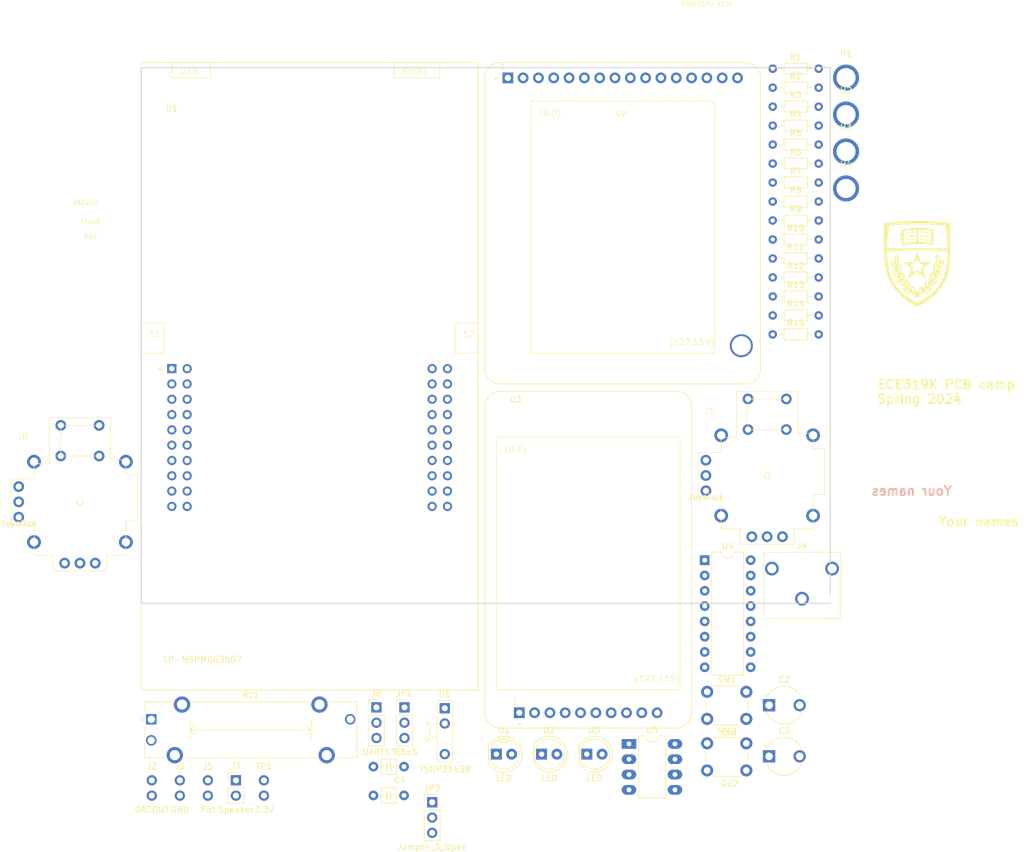
<source format=kicad_pcb>
(kicad_pcb (version 20221018) (generator pcbnew)
  (title_block (title "ECE 319K Baseline Project Spring 2024") (date "2024-03-08") (rev "v1.0.0") (company "The University of Texas at Austin"))
  (layers (0 "F.Cu" signal) (31 "B.Cu" signal) (34 "B.Paste" user) (35 "F.Paste" user) (36 "B.SilkS" user "B.Silkscreen") (37 "F.SilkS" user "F.Silkscreen") (38 "B.Mask" user) (39 "F.Mask" user) (44 "Edge.Cuts" user))
  (net 0 "")
  (net 1 "GND")
  (net 2 "+3V3")
  (net 3 "PB9")
  (net 4 "PB15")
  (net 5 "PB8")
  (net 6 "PB7")
  (net 7 "PB6")
  (net 8 "PA13")
  (net 9 "+5V")
  (net 10 "Net-(JP1-A)")
  (net 11 "Net-(C1-Pad2)")
  (net 12 "Net-(U5-FC1)")
  (net 13 "Net-(U5-FC2)")
  (net 14 "Net-(D1-A)")
  (net 15 "PA25")
  (net 16 "Net-(D2-A)")
  (net 17 "PA8")
  (net 18 "PA26")
  (net 19 "PB24")
  (net 20 "PA27")
  (net 21 "PB2")
  (net 22 "PB3")
  (net 23 "Net-(D3-K)")
  (net 24 "PB12")
  (net 25 "PB17")
  (net 26 "PB0")
  (net 27 "PB16")
  (net 28 "PB19")
  (net 29 "PA22")
  (net 30 "PB18")
  (net 31 "PA18")
  (net 32 "PA24")
  (net 33 "PA17")
  (net 34 "PA16")
  (net 35 "PA15")
  (net 36 "PB4")
  (net 37 "PB1")
  (net 38 "PA28")
  (net 39 "PA31")
  (net 40 "PB20")
  (net 41 "PB13")
  (net 42 "PA10")
  (net 43 "Net-(D3-A)")
  (net 46 "PB23")
  (net 48 "PA11")
  (net 49 "PA12")
  (net 51 "DACOUT")
  (net 52 "Net-(U5-VO1)")
  (net 57 "Net-(U5-VO2)")
  (net 58 "Net-(R12-Pad2)")
  (net 59 "Net-(U5-VIN)")
  (footprint "ECE319K:Jack_3.5mm_CUI_SJ1-3523N_Horizontal" (layer "F.Cu") (at 160.405 126.24)
    (fp_text reference "J4" (at 0 -8.8) (layer "F.SilkS"))
    (fp_text value "AudioJack")
    (pad "" np_thru_hole circle (at -5 0) (size 1.2 1.2) (drill 1.2) (layers "*.Cu"))
    (pad "" np_thru_hole circle (at -5 2.5) (size 1.2 1.2) (drill 1.2) (layers "*.Cu"))
    (pad "" np_thru_hole circle (at 0 -5) (size 1.2 1.2) (drill 1.2) (layers "*.Cu"))
    (pad "" np_thru_hole circle (at 5 0) (size 1.2 1.2) (drill 1.2) (layers "*.Cu"))
    (pad "" np_thru_hole circle (at 5 2.5) (size 1.2 1.2) (drill 1.2) (layers "*.Cu"))
    (pad "R" thru_hole circle (at -5 -5) (size 2.286 2.286) (drill 1.524) (layers "*.Cu" "*.Mask") (net 51 "DACOUT"))
    (pad "S" thru_hole circle (at 0 0) (size 2.286 2.286) (drill 1.524) (layers "*.Cu" "*.Mask") (net 1 "GND"))
    (pad "T" thru_hole circle (at 5 -5 180) (size 2.286 2.286) (drill 1.524) (layers "*.Cu" "*.Mask") (net 51 "DACOUT"))
  )
  (footprint "ECE319K:R_Axial_DIN0204_L3.6mm_D1.6mm_P7.62mm_Horizontal" (layer "F.Cu") (at 155.55 82.37)
    (fp_text reference "R15" (at 3.81 -1.92) (layer "F.SilkS"))
    (fp_text value "220")
    (pad "1" thru_hole circle (at 0 0) (size 1.4 1.4) (drill 0.7) (layers "*.Cu" "*.Mask") (net 9 "+5V"))
    (pad "2" thru_hole oval (at 7.62 0) (size 1.4 1.4) (drill 0.7) (layers "*.Cu" "*.Mask") (net 43 "Net-(D3-A)"))
  )
  (footprint "ECE319K:R_Axial_DIN0204_L3.6mm_D1.6mm_P7.62mm_Horizontal" (layer "F.Cu") (at 155.55 50.87)
    (fp_text reference "R5" (at 3.81 -1.92) (layer "F.SilkS"))
    (fp_text value "1.5k")
    (pad "1" thru_hole circle (at 0 0) (size 1.4 1.4) (drill 0.7) (layers "*.Cu" "*.Mask") (net 51 "DACOUT"))
    (pad "2" thru_hole oval (at 7.62 0) (size 1.4 1.4) (drill 0.7) (layers "*.Cu" "*.Mask") (net 36 "PB4"))
  )
  (footprint "LOGO" (layer "F.Cu") (at 180.34 71.12)
    (fp_text reference "G***" hide)
    (fp_text value "LOGO" hide)
  )
  (footprint "ECE319K:R_Axial_DIN0204_L3.6mm_D1.6mm_P7.62mm_Horizontal" (layer "F.Cu") (at 155.55 60.32)
    (fp_text reference "R8" (at 3.81 -1.92) (layer "F.SilkS"))
    (fp_text value "1.5k")
    (pad "1" thru_hole circle (at 0 0) (size 1.4 1.4) (drill 0.7) (layers "*.Cu" "*.Mask") (net 51 "DACOUT"))
    (pad "2" thru_hole oval (at 7.62 0) (size 1.4 1.4) (drill 0.7) (layers "*.Cu" "*.Mask") (net 22 "PB3"))
  )
  (footprint "ECE319K:ti_LP_MSPM0G3507" (layer "F.Cu") (at 78.7385 90.5985)
    (fp_text reference "U1" (at -22.86 -45.72) (layer "F.SilkS"))
    (fp_text value "LP-MSPM0G3507" (at -17.78 45.72) (layer "F.SilkS"))
    (fp_text user "S2" (at 25.4 -7.62 unlocked) (layer "F.SilkS") (effects (font (thickness 0.1)) (justify left bottom)))
    (fp_text user "USB" (at -21.59 -51.435 unlocked) (layer "F.SilkS") (effects (font (thickness 0.1)) (justify left bottom)))
    (fp_text user "S1" (at -26.67 -7.62 unlocked) (layer "F.SilkS") (effects (font (thickness 0.1)) (justify left bottom)))
    (fp_text user "Reset" (at 15.24 -51.435 unlocked) (layer "F.SilkS") (effects (font (thickness 0.1)) (justify left bottom)))
    (pad "J1_1" thru_hole rect (at -22.86 -2.54) (size 1.52 1.52) (drill 0.89) (layers "*.Cu" "*.Mask") (net 2 "+3V3"))
    (pad "J1_2" thru_hole circle (at -22.86 0) (size 1.52 1.52) (drill 0.89) (layers "*.Cu" "*.Mask") (net 15 "PA25"))
    (pad "J1_3" thru_hole circle (at -22.86 2.54) (size 1.52 1.52) (drill 0.89) (layers "*.Cu" "*.Mask") (net 46 "PB23"))
    (pad "J1_4" thru_hole circle (at -22.86 5.08) (size 1.52 1.52) (drill 0.89) (layers "*.Cu" "*.Mask") (net 17 "PA8"))
    (pad "J1_5" thru_hole circle (at -22.86 7.62) (size 1.52 1.52) (drill 0.89) (layers "*.Cu" "*.Mask") (net 18 "PA26"))
    (pad "J1_6" thru_hole circle (at -22.86 10.16) (size 1.52 1.52) (drill 0.89) (layers "*.Cu" "*.Mask") (net 19 "PB24"))
    (pad "J1_7" thru_hole circle (at -22.86 12.7) (size 1.52 1.52) (drill 0.89) (layers "*.Cu" "*.Mask") (net 3 "PB9"))
    (pad "J1_8" thru_hole circle (at -22.86 15.24) (size 1.52 1.52) (drill 0.89) (layers "*.Cu" "*.Mask") (net 20 "PA27"))
    (pad "J1_9" thru_hole circle (at -22.86 17.78) (size 1.52 1.52) (drill 0.89) (layers "*.Cu" "*.Mask") (net 21 "PB2"))
    (pad "J1_10" thru_hole circle (at -22.86 20.32) (size 1.52 1.52) (drill 0.89) (layers "*.Cu" "*.Mask") (net 22 "PB3"))
    (pad "J2_1" thru_hole circle (at 22.86 -2.54) (size 1.52 1.52) (drill 0.89) (layers "*.Cu" "*.Mask") (net 1 "GND"))
    (pad "J2_2" thru_hole circle (at 22.86 0) (size 1.52 1.52) (drill 0.89) (layers "*.Cu" "*.Mask") (net 24 "PB12"))
    (pad "J2_3" thru_hole circle (at 22.86 2.54) (size 1.52 1.52) (drill 0.89) (layers "*.Cu" "*.Mask") (net 25 "PB17"))
    (pad "J2_4" thru_hole circle (at 22.86 5.08) (size 1.52 1.52) (drill 0.89) (layers "*.Cu" "*.Mask") (net 4 "PB15"))
    (pad "J2_5" thru_hole circle (at 22.86 7.62) (size 1.52 1.52) (drill 0.89) (layers "*.Cu" "*.Mask"))
    (pad "J2_6" thru_hole circle (at 22.86 10.16) (size 1.52 1.52) (drill 0.89) (layers "*.Cu" "*.Mask") (net 5 "PB8"))
    (pad "J2_7" thru_hole circle (at 22.86 12.7) (size 1.52 1.52) (drill 0.89) (layers "*.Cu" "*.Mask") (net 6 "PB7"))
    (pad "J2_8" thru_hole circle (at 22.86 15.24) (size 1.52 1.52) (drill 0.89) (layers "*.Cu" "*.Mask") (net 7 "PB6"))
    (pad "J2_9" thru_hole circle (at 22.86 17.78) (size 1.52 1.52) (drill 0.89) (layers "*.Cu" "*.Mask") (net 26 "PB0"))
    (pad "J2_10" thru_hole circle (at 22.86 20.32) (size 1.52 1.52) (drill 0.89) (layers "*.Cu" "*.Mask") (net 27 "PB16"))
    (pad "J3_1" thru_hole circle (at -20.32 -2.54) (size 1.52 1.52) (drill 0.89) (layers "*.Cu" "*.Mask") (net 9 "+5V"))
    (pad "J3_2" thru_hole circle (at -20.32 0) (size 1.52 1.52) (drill 0.89) (layers "*.Cu" "*.Mask") (net 1 "GND"))
    (pad "J3_3" thru_hole circle (at -20.32 2.54) (size 1.52 1.52) (drill 0.89) (layers "*.Cu" "*.Mask") (net 28 "PB19"))
    (pad "J3_4" thru_hole circle (at -20.32 5.08) (size 1.52 1.52) (drill 0.89) (layers "*.Cu" "*.Mask") (net 29 "PA22"))
    (pad "J3_5" thru_hole circle (at -20.32 7.62) (size 1.52 1.52) (drill 0.89) (layers "*.Cu" "*.Mask") (net 30 "PB18"))
    (pad "J3_6" thru_hole circle (at -20.32 10.16) (size 1.52 1.52) (drill 0.89) (layers "*.Cu" "*.Mask") (net 31 "PA18"))
    (pad "J3_7" thru_hole circle (at -20.32 12.7) (size 1.52 1.52) (drill 0.89) (layers "*.Cu" "*.Mask") (net 32 "PA24"))
    (pad "J3_8" thru_hole circle (at -20.32 15.24) (size 1.52 1.52) (drill 0.89) (layers "*.Cu" "*.Mask") (net 33 "PA17"))
    (pad "J3_9" thru_hole circle (at -20.32 17.78) (size 1.52 1.52) (drill 0.89) (layers "*.Cu" "*.Mask") (net 34 "PA16"))
    (pad "J3_10" thru_hole circle (at -20.32 20.32) (size 1.52 1.52) (drill 0.89) (layers "*.Cu" "*.Mask") (net 35 "PA15"))
    (pad "J4_1" thru_hole circle (at 20.32 -2.54) (size 1.52 1.52) (drill 0.89) (layers "*.Cu" "*.Mask") (net 36 "PB4"))
    (pad "J4_2" thru_hole circle (at 20.32 0) (size 1.52 1.52) (drill 0.89) (layers "*.Cu" "*.Mask") (net 37 "PB1"))
    (pad "J4_3" thru_hole circle (at 20.32 2.54) (size 1.52 1.52) (drill 0.89) (layers "*.Cu" "*.Mask") (net 38 "PA28"))
    (pad "J4_4" thru_hole circle (at 20.32 5.08) (size 1.52 1.52) (drill 0.89) (layers "*.Cu" "*.Mask") (net 39 "PA31"))
    (pad "J4_5" thru_hole circle (at 20.32 7.62) (size 1.52 1.52) (drill 0.89) (layers "*.Cu" "*.Mask") (net 40 "PB20"))
    (pad "J4_6" thru_hole circle (at 20.32 10.16) (size 1.52 1.52) (drill 0.89) (layers "*.Cu" "*.Mask") (net 41 "PB13"))
    (pad "J4_7" thru_hole circle (at 20.32 12.7) (size 1.52 1.52) (drill 0.89) (layers "*.Cu" "*.Mask") (net 42 "PA10"))
    (pad "J4_8" thru_hole circle (at 20.32 15.24) (size 1.52 1.52) (drill 0.89) (layers "*.Cu" "*.Mask") (net 48 "PA11"))
    (pad "J4_9" thru_hole circle (at 20.32 17.78) (size 1.52 1.52) (drill 0.89) (layers "*.Cu" "*.Mask") (net 49 "PA12"))
    (pad "J4_10" thru_hole circle (at 20.32 20.32) (size 1.52 1.52) (drill 0.89) (layers "*.Cu" "*.Mask") (net 8 "PA13"))
  )
  (footprint "ECE319K:R_Axial_DIN0204_L3.6mm_D1.6mm_P7.62mm_Horizontal" (layer "F.Cu") (at 155.55 44.57)
    (fp_text reference "R3" (at 3.81 -1.92) (layer "F.SilkS"))
    (fp_text value "10k")
    (pad "1" thru_hole circle (at 0 0) (size 1.4 1.4) (drill 0.7) (layers "*.Cu" "*.Mask") (net 34 "PA16"))
    (pad "2" thru_hole oval (at 7.62 0) (size 1.4 1.4) (drill 0.7) (layers "*.Cu" "*.Mask") (net 1 "GND"))
  )
  (footprint "ECE319K:R_Axial_DIN0204_L3.6mm_D1.6mm_P7.62mm_Horizontal" (layer "F.Cu") (at 155.55 72.92)
    (fp_text reference "R12" (at 3.81 -1.92) (layer "F.SilkS"))
    (fp_text value "1.5k")
    (pad "1" thru_hole circle (at 0 0) (size 1.4 1.4) (drill 0.7) (layers "*.Cu" "*.Mask") (net 51 "DACOUT"))
    (pad "2" thru_hole oval (at 7.62 0) (size 1.4 1.4) (drill 0.7) (layers "*.Cu" "*.Mask") (net 58 "Net-(R12-Pad2)"))
  )
  (footprint "ECE319K:SparkfunJoystick" (layer "F.Cu") (at 144.465 108.325)
    (fp_text reference "J1" (at 0.635 -13.335 unlocked) (layer "F.SilkS") (effects (font (thickness 0.1))))
    (fp_text value "Joystick" (at 0 1 unlocked) (layer "F.SilkS"))
    (pad "1" thru_hole circle (at 0 0) (size 1.778 1.778) (drill 1.016) (layers "*.Cu" "*.Mask") (net 1 "GND"))
    (pad "2" thru_hole circle (at 0 -2.54) (size 1.778 1.778) (drill 1.016) (layers "*.Cu" "*.Mask") (net 20 "PA27"))
    (pad "3" thru_hole circle (at 0 -5.08) (size 1.778 1.778) (drill 1.016) (layers "*.Cu" "*.Mask") (net 2 "+3V3"))
    (pad "4" thru_hole circle (at 7.62 7.62) (size 1.778 1.778) (drill 1.016) (layers "*.Cu" "*.Mask") (net 2 "+3V3"))
    (pad "5" thru_hole circle (at 10.16 7.62) (size 1.778 1.778) (drill 1.016) (layers "*.Cu" "*.Mask") (net 18 "PA26"))
    (pad "6" thru_hole circle (at 12.7 7.62) (size 1.778 1.778) (drill 1.016) (layers "*.Cu" "*.Mask") (net 1 "GND"))
    (pad "7" thru_hole circle (at 2.54 -9.2075) (size 2.286 2.286) (drill 1.397) (layers "*.Cu" "*.Mask"))
    (pad "8" thru_hole circle (at 2.54 4.1275) (size 2.286 2.286) (drill 1.397) (layers "*.Cu" "*.Mask"))
    (pad "9" thru_hole circle (at 17.78 4.1275) (size 2.286 2.286) (drill 1.397) (layers "*.Cu" "*.Mask"))
    (pad "10" thru_hole circle (at 17.78 -9.2075) (size 2.286 2.286) (drill 1.397) (layers "*.Cu" "*.Mask"))
    (pad "11" thru_hole circle (at 6.985 -10.16) (size 1.778 1.778) (drill 1.016) (layers "*.Cu" "*.Mask") (net 15 "PA25"))
    (pad "11" thru_hole circle (at 13.335 -10.16) (size 1.778 1.778) (drill 1.016) (layers "*.Cu" "*.Mask") (net 15 "PA25"))
    (pad "12" thru_hole circle (at 6.985 -15.24) (size 1.778 1.778) (drill 1.016) (layers "*.Cu" "*.Mask") (net 2 "+3V3"))
    (pad "12" thru_hole circle (at 13.335 -15.24) (size 1.778 1.778) (drill 1.016) (layers "*.Cu" "*.Mask") (net 2 "+3V3"))
  )
  (footprint "ECE319K:hiletgo_st7735r" (layer "F.Cu") (at 130.658501 63.928501)
    (fp_text reference "U3" (at -17.78 29.21) (layer "F.SilkS"))
    (fp_text value "HiLetGo_ST7735R")
    (fp_text user "(0,0)" (at -13.97 -17.78 unlocked) (layer "F.SilkS") (effects (font (thickness 0.1)) (justify left bottom)))
    (fp_text user "Up" (at -1.27 -17.78 unlocked) (layer "F.SilkS") (effects (font (thickness 0.1)) (justify left bottom)))
    (fp_text user "(127,159)" (at 7.62 20.32 unlocked) (layer "F.SilkS") (effects (font (thickness 0.1)) (justify left bottom)))
    (fp_text user "1" (at -20.32 -25.4 unlocked) (layer "F.SilkS") (effects (font (thickness 0.1)) (justify left bottom)))
    (pad "" np_thru_hole circle (at 19.685 20.32 90) (size 3.81 3.81) (drill 3.175) (layers "F&B.Cu" "*.Mask"))
    (pad "1" thru_hole rect (at -19.05 -24.13 90) (size 1.778 1.778) (drill 1.016) (layers "*.Cu" "*.Mask") (net 1 "GND"))
    (pad "2" thru_hole circle (at -16.51 -24.13 90) (size 1.778 1.778) (drill 1.016) (layers "*.Cu" "*.Mask") (net 2 "+3V3"))
    (pad "3" thru_hole circle (at -13.97 -24.13 90) (size 1.778 1.778) (drill 1.016) (layers "*.Cu" "*.Mask"))
    (pad "4" thru_hole circle (at -11.43 -24.13 90) (size 1.778 1.778) (drill 1.016) (layers "*.Cu" "*.Mask"))
    (pad "5" thru_hole circle (at -8.89 -24.13 90) (size 1.778 1.778) (drill 1.016) (layers "*.Cu" "*.Mask"))
    (pad "6" thru_hole circle (at -6.35 -24.13 90) (size 1.778 1.778) (drill 1.016) (layers "*.Cu" "*.Mask") (net 4 "PB15"))
    (pad "7" thru_hole circle (at -3.81 -24.13 90) (size 1.778 1.778) (drill 1.016) (layers "*.Cu" "*.Mask") (net 8 "PA13"))
    (pad "8" thru_hole circle (at -1.27 -24.13 90) (size 1.778 1.778) (drill 1.016) (layers "*.Cu" "*.Mask") (net 5 "PB8"))
    (pad "9" thru_hole circle (at 1.27 -24.13 90) (size 1.778 1.778) (drill 1.016) (layers "*.Cu" "*.Mask") (net 3 "PB9"))
    (pad "10" thru_hole circle (at 3.81 -24.13 90) (size 1.778 1.778) (drill 1.016) (layers "*.Cu" "*.Mask") (net 7 "PB6"))
    (pad "11" thru_hole circle (at 6.35 -24.13 90) (size 1.778 1.778) (drill 1.016) (layers "*.Cu" "*.Mask") (net 3 "PB9"))
    (pad "12" thru_hole circle (at 8.89 -24.13 90) (size 1.778 1.778) (drill 1.016) (layers "*.Cu" "*.Mask") (net 6 "PB7"))
    (pad "13" thru_hole circle (at 11.43 -24.13 90) (size 1.778 1.778) (drill 1.016) (layers "*.Cu" "*.Mask") (net 5 "PB8"))
    (pad "14" thru_hole circle (at 13.97 -24.13 90) (size 1.778 1.778) (drill 1.016) (layers "*.Cu" "*.Mask") (net 49 "PA12"))
    (pad "15" thru_hole circle (at 16.51 -24.13 90) (size 1.778 1.778) (drill 1.016) (layers "*.Cu" "*.Mask") (net 2 "+3V3"))
    (pad "16" thru_hole circle (at 19.05 -24.13 90) (size 1.778 1.778) (drill 1.016) (layers "*.Cu" "*.Mask") (net 1 "GND"))
  )
  (footprint "ECE319K:CP_Radial_Tantal200mil" (layer "F.Cu") (at 154.94 143.91)
    (fp_text reference "C2" (at 2.5 -4.25) (layer "F.SilkS"))
    (fp_text value "1uF")
    (pad "1" thru_hole rect (at 0 0) (size 2.032 2.032) (drill 1.27) (layers "*.Cu" "*.Mask") (net 12 "Net-(U5-FC1)"))
    (pad "2" thru_hole circle (at 5.08 0) (size 2.032 2.032) (drill 1.27) (layers "*.Cu" "*.Mask") (net 1 "GND"))
  )
  (footprint "ECE319K:C_Axial_200mil" (layer "F.Cu") (at 89.315 158.89)
    (fp_text reference "C4" (at 4.445 -2.54) (layer "F.SilkS"))
    (fp_text value "0.1uF")
    (pad "1" thru_hole circle (at 0 0) (size 1.6 1.6) (drill 0.8) (layers "*.Cu" "*.Mask") (net 2 "+3V3"))
    (pad "2" thru_hole oval (at 5.08 0) (size 1.6 1.6) (drill 0.8) (layers "*.Cu" "*.Mask") (net 1 "GND"))
  )
  (footprint "ECE319K:LED_D5.0mm" (layer "F.Cu") (at 109.71 152.04)
    (fp_text reference "D1" (at 1.27 -3.96) (layer "F.SilkS"))
    (fp_text value "LED" (at 1.27 3.96) (layer "F.SilkS"))
    (pad "1" thru_hole rect (at 0 0) (size 1.8 1.8) (drill 0.9) (layers "*.Cu" "*.Mask") (net 1 "GND"))
    (pad "2" thru_hole circle (at 2.54 0) (size 1.8 1.8) (drill 0.9) (layers "*.Cu" "*.Mask") (net 14 "Net-(D1-A)"))
  )
  (footprint "ECE319K:R_Axial_DIN0204_L3.6mm_D1.6mm_P7.62mm_Horizontal" (layer "F.Cu") (at 155.55 66.62)
    (fp_text reference "R10" (at 3.81 -1.92) (layer "F.SilkS"))
    (fp_text value "12k")
    (pad "1" thru_hole circle (at 0 0) (size 1.4 1.4) (drill 0.7) (layers "*.Cu" "*.Mask") (net 51 "DACOUT"))
    (pad "2" thru_hole oval (at 7.62 0) (size 1.4 1.4) (drill 0.7) (layers "*.Cu" "*.Mask") (net 37 "PB1"))
  )
  (footprint "ECE319K:MountingHole_4_40" (layer "F.Cu") (at 167.71 58.15)
    (fp_text reference "H4" (at 0 -4) (layer "F.SilkS"))
    (fp_text value "~")
    (pad "1" thru_hole circle (at 0 0) (size 4.318 4.318) (drill 3.175) (layers "*.Cu" "*.Mask"))
  )
  (footprint "ECE319K:Testpoint_1x02_P2.54mm" (layer "F.Cu") (at 71.16 156.38)
    (fp_text reference "TP1" (at 0 -2.33) (layer "F.SilkS"))
    (fp_text value "3.3V" (at 0 4.87) (layer "F.SilkS"))
    (pad "1" thru_hole circle (at 0 0) (size 1.7 1.7) (drill 1) (layers "*.Cu" "*.Mask") (net 2 "+3V3"))
    (pad "2" thru_hole oval (at 0 2.54) (size 1.7 1.7) (drill 1) (layers "*.Cu" "*.Mask") (net 2 "+3V3"))
  )
  (footprint "ECE319K:PinHeader_1x03_P2.54mm_Vertical" (layer "F.Cu") (at 94.47 144.28)
    (fp_text reference "JP1" (at 0 -2.33) (layer "F.SilkS"))
    (fp_text value "TExaS" (at 0 7.41) (layer "F.SilkS"))
    (pad "1" thru_hole rect (at 0 0) (size 1.7 1.7) (drill 1) (layers "*.Cu" "*.Mask") (net 10 "Net-(JP1-A)"))
    (pad "2" thru_hole oval (at 0 2.54) (size 1.7 1.7) (drill 1) (layers "*.Cu" "*.Mask") (net 40 "PB20"))
    (pad "3" thru_hole oval (at 0 5.08) (size 1.7 1.7) (drill 1) (layers "*.Cu" "*.Mask") (net 30 "PB18"))
  )
  (footprint "ECE319K:R_Axial_DIN0204_L3.6mm_D1.6mm_P7.62mm_Horizontal" (layer "F.Cu") (at 155.55 41.42)
    (fp_text reference "R2" (at 3.81 -1.92) (layer "F.SilkS"))
    (fp_text value "470")
    (pad "1" thru_hole circle (at 0 0) (size 1.4 1.4) (drill 0.7) (layers "*.Cu" "*.Mask") (net 34 "PA16"))
    (pad "2" thru_hole oval (at 7.62 0) (size 1.4 1.4) (drill 0.7) (layers "*.Cu" "*.Mask") (net 14 "Net-(D1-A)"))
  )
  (footprint "ECE319K:PinHeader_1x03_P2.54mm_Vertical" (layer "F.Cu") (at 99.06 160.02)
    (fp_text reference "JP3" (at 0 -2.33) (layer "F.SilkS"))
    (fp_text value "Jumper_3_Open" (at 0 7.41) (layer "F.SilkS"))
    (pad "1" thru_hole rect (at 0 0) (size 1.7 1.7) (drill 1) (layers "*.Cu" "*.Mask") (net 51 "DACOUT"))
    (pad "2" thru_hole oval (at 0 2.54) (size 1.7 1.7) (drill 1) (layers "*.Cu" "*.Mask") (net 10 "Net-(JP1-A)"))
    (pad "3" thru_hole oval (at 0 5.08) (size 1.7 1.7) (drill 1) (layers "*.Cu" "*.Mask") (net 35 "PA15"))
  )
  (footprint "ECE319K:R_Axial_DIN0204_L3.6mm_D1.6mm_P7.62mm_Horizontal" (layer "F.Cu") (at 155.55 76.07)
    (fp_text reference "R13" (at 3.81 -1.92) (layer "F.SilkS"))
    (fp_text value "20k")
    (pad "1" thru_hole circle (at 0 0) (size 1.4 1.4) (drill 0.7) (layers "*.Cu" "*.Mask") (net 59 "Net-(U5-VIN)"))
    (pad "2" thru_hole oval (at 7.62 0) (size 1.4 1.4) (drill 0.7) (layers "*.Cu" "*.Mask") (net 11 "Net-(C1-Pad2)"))
  )
  (footprint "ECE319K:DIP-8_W7.62mm_LongPads" (layer "F.Cu") (at 131.71 150.34)
    (fp_text reference "U5" (at 3.81 -2.33) (layer "F.SilkS"))
    (fp_text value "MCP34119P")
    (pad "1" thru_hole rect (at 0 0) (size 2.4 1.6) (drill 0.8) (layers "*.Cu" "*.Mask") (net 1 "GND"))
    (pad "2" thru_hole oval (at 0 2.54) (size 2.4 1.6) (drill 0.8) (layers "*.Cu" "*.Mask") (net 13 "Net-(U5-FC2)"))
    (pad "3" thru_hole oval (at 0 5.08) (size 2.4 1.6) (drill 0.8) (layers "*.Cu" "*.Mask") (net 12 "Net-(U5-FC1)"))
    (pad "4" thru_hole oval (at 0 7.62) (size 2.4 1.6) (drill 0.8) (layers "*.Cu" "*.Mask") (net 59 "Net-(U5-VIN)"))
    (pad "5" thru_hole oval (at 7.62 7.62) (size 2.4 1.6) (drill 0.8) (layers "*.Cu" "*.Mask") (net 52 "Net-(U5-VO1)"))
    (pad "6" thru_hole oval (at 7.62 5.08) (size 2.4 1.6) (drill 0.8) (layers "*.Cu" "*.Mask") (net 9 "+5V"))
    (pad "7" thru_hole oval (at 7.62 2.54) (size 2.4 1.6) (drill 0.8) (layers "*.Cu" "*.Mask") (net 1 "GND"))
    (pad "8" thru_hole oval (at 7.62 0) (size 2.4 1.6) (drill 0.8) (layers "*.Cu" "*.Mask") (net 57 "Net-(U5-VO2)"))
  )
  (footprint "ECE319K:MountingHole_4_40" (layer "F.Cu") (at 167.71 45.89)
    (fp_text reference "H2" (at 0 -4) (layer "F.SilkS"))
    (fp_text value "~")
    (pad "1" thru_hole circle (at 0 0) (size 4.318 4.318) (drill 3.175) (layers "*.Cu" "*.Mask"))
  )
  (footprint "ECE319K:R_Axial_DIN0204_L3.6mm_D1.6mm_P7.62mm_Horizontal" (layer "F.Cu") (at 155.55 79.22)
    (fp_text reference "R14" (at 3.81 -1.92) (layer "F.SilkS"))
    (fp_text value "10k")
    (pad "1" thru_hole circle (at 0 0) (size 1.4 1.4) (drill 0.7) (layers "*.Cu" "*.Mask") (net 52 "Net-(U5-VO1)"))
    (pad "2" thru_hole oval (at 7.62 0) (size 1.4 1.4) (drill 0.7) (layers "*.Cu" "*.Mask") (net 59 "Net-(U5-VIN)"))
  )
  (footprint "ECE319K:PinHeader_1x02_P2.54mm_Vertical" (layer "F.Cu") (at 66.51 156.38)
    (fp_text reference "J7" (at 0 -2.33) (layer "F.SilkS"))
    (fp_text value "Speaker" (at 0 4.87) (layer "F.SilkS"))
    (pad "1" thru_hole rect (at 0 0) (size 1.7 1.7) (drill 1) (layers "*.Cu" "*.Mask") (net 52 "Net-(U5-VO1)"))
    (pad "2" thru_hole oval (at 0 2.54) (size 1.7 1.7) (drill 1) (layers "*.Cu" "*.Mask") (net 57 "Net-(U5-VO2)"))
  )
  (footprint "ECE319K:CP_Radial_Tantal200mil" (layer "F.Cu") (at 154.94 152.4)
    (fp_text reference "C3" (at 2.5 -4.25) (layer "F.SilkS"))
    (fp_text value "4.7uF")
    (pad "1" thru_hole rect (at 0 0) (size 2.032 2.032) (drill 1.27) (layers "*.Cu" "*.Mask") (net 13 "Net-(U5-FC2)"))
    (pad "2" thru_hole circle (at 5.08 0) (size 2.032 2.032) (drill 1.27) (layers "*.Cu" "*.Mask") (net 1 "GND"))
  )
  (footprint "ECE319K:Testpoint_1x02_P2.54mm" (layer "F.Cu") (at 52.56 156.38)
    (fp_text reference "J2" (at 0 -2.33) (layer "F.SilkS"))
    (fp_text value "DACOUT" (at 0 4.87) (layer "F.SilkS"))
    (pad "1" thru_hole circle (at 0 0) (size 1.7 1.7) (drill 1) (layers "*.Cu" "*.Mask") (net 51 "DACOUT"))
    (pad "2" thru_hole oval (at 0 2.54) (size 1.7 1.7) (drill 1) (layers "*.Cu" "*.Mask") (net 51 "DACOUT"))
  )
  (footprint "ECE319K:adafruit_st7735r" (layer "F.Cu") (at 124.9435 119.7685)
    (fp_text reference "U2" (at -13.97 29.845) (layer "F.SilkS"))
    (fp_text value "Adafruit ST7735R")
    (fp_text user "(127,159)" (at 7.62 20.32 unlocked) (layer "F.SilkS") (effects (font (thickness 0.1)) (justify left bottom)))
    (fp_text user "1" (at -12.7 24.13 unlocked) (layer "F.SilkS") (effects (font (thickness 0.1)) (justify left bottom)))
    (fp_text user "(0,0)" (at -13.97 -17.78 unlocked) (layer "F.SilkS") (effects (font (thickness 0.1)) (justify left bottom)))
    (pad "" np_thru_hole circle (at -14.605 -25.4 90) (size 2.2 2.2) (drill 2.2) (layers "*.Cu" "*.Mask"))
    (pad "" np_thru_hole circle (at -14.605 25.4 90) (size 2.2 2.2) (drill 2.2) (layers "F&B.Cu" "*.Mask"))
    (pad "" np_thru_hole circle (at 14.605 -25.4 90) (size 2.2 2.2) (drill 2.2) (layers "F&B.Cu" "*.Mask"))
    (pad "" np_thru_hole circle (at 14.605 25.4 90) (size 2.2 2.2) (drill 2.2) (layers "F&B.Cu" "*.Mask"))
    (pad "1" thru_hole rect (at -11.43 25.4 90) (size 1.778 1.778) (drill 1.016) (layers "*.Cu" "*.Mask") (net 1 "GND"))
    (pad "2" thru_hole circle (at -8.89 25.4 90) (size 1.778 1.778) (drill 1.016) (layers "*.Cu" "*.Mask") (net 2 "+3V3"))
    (pad "3" thru_hole circle (at -6.35 25.4 90) (size 1.778 1.778) (drill 1.016) (layers "*.Cu" "*.Mask") (net 4 "PB15"))
    (pad "4" thru_hole circle (at -3.81 25.4 90) (size 1.778 1.778) (drill 1.016) (layers "*.Cu" "*.Mask") (net 8 "PA13"))
    (pad "5" thru_hole circle (at -1.27 25.4 90) (size 1.778 1.778) (drill 1.016) (layers "*.Cu" "*.Mask") (net 49 "PA12"))
    (pad "6" thru_hole circle (at 1.27 25.4 90) (size 1.778 1.778) (drill 1.016) (layers "*.Cu" "*.Mask") (net 7 "PB6"))
    (pad "7" thru_hole circle (at 3.81 25.4 90) (size 1.778 1.778) (drill 1.016) (layers "*.Cu" "*.Mask") (net 5 "PB8"))
    (pad "8" thru_hole circle (at 6.35 25.4 90) (size 1.778 1.778) (drill 1.016) (layers "*.Cu" "*.Mask") (net 3 "PB9"))
    (pad "9" thru_hole circle (at 8.89 25.4 90) (size 1.778 1.778) (drill 1.016) (layers "*.Cu" "*.Mask") (net 6 "PB7"))
    (pad "10" thru_hole circle (at 11.43 25.4 90) (size 1.778 1.778) (drill 1.016) (layers "*.Cu" "*.Mask") (net 2 "+3V3"))
  )
  (footprint "ECE319K:PinHeader_1x03_P2.54mm_Vertical" (layer "F.Cu") (at 89.82 144.28)
    (fp_text reference "J6" (at 0 -2.33) (layer "F.SilkS"))
    (fp_text value "UART1" (at 0 7.41) (layer "F.SilkS"))
    (pad "1" thru_hole rect (at 0 0) (size 1.7 1.7) (drill 1) (layers "*.Cu" "*.Mask") (net 1 "GND"))
    (pad "2" thru_hole oval (at 0 2.54) (size 1.7 1.7) (drill 1) (layers "*.Cu" "*.Mask") (net 17 "PA8"))
    (pad "3" thru_hole oval (at 0 5.08) (size 1.7 1.7) (drill 1) (layers "*.Cu" "*.Mask") (net 29 "PA22"))
  )
  (footprint "ECE319K:R_Axial_DIN0204_L3.6mm_D1.6mm_P7.62mm_Horizontal" (layer "F.Cu") (at 155.55 69.77)
    (fp_text reference "R11" (at 3.81 -1.92) (layer "F.SilkS"))
    (fp_text value "12k")
    (pad "1" thru_hole circle (at 0 0) (size 1.4 1.4) (drill 0.7) (layers "*.Cu" "*.Mask") (net 51 "DACOUT"))
    (pad "2" thru_hole oval (at 7.62 0) (size 1.4 1.4) (drill 0.7) (layers "*.Cu" "*.Mask") (net 26 "PB0"))
  )
  (footprint "ECE319K:Testpoint_1x02_P2.54mm" (layer "F.Cu") (at 57.21 156.38)
    (fp_text reference "J3" (at 0 -2.33) (layer "F.SilkS"))
    (fp_text value "GND" (at 0 4.87) (layer "F.SilkS"))
    (pad "1" thru_hole circle (at 0 0) (size 1.7 1.7) (drill 1) (layers "*.Cu" "*.Mask") (net 1 "GND"))
    (pad "2" thru_hole oval (at 0 2.54) (size 1.7 1.7) (drill 1) (layers "*.Cu" "*.Mask") (net 1 "GND"))
  )
  (footprint "ECE319K:C_Axial_200mil" (layer "F.Cu") (at 89.315 154.11)
    (fp_text reference "C1" (at 4.445 -2.54) (layer "F.SilkS"))
    (fp_text value "0.1uF")
    (pad "1" thru_hole circle (at 0 0) (size 1.6 1.6) (drill 0.8) (layers "*.Cu" "*.Mask") (net 10 "Net-(JP1-A)"))
    (pad "2" thru_hole oval (at 5.08 0) (size 1.6 1.6) (drill 0.8) (layers "*.Cu" "*.Mask") (net 11 "Net-(C1-Pad2)"))
  )
  (footprint "ECE319K:LED_D5.0mm" (layer "F.Cu") (at 124.71 152.04)
    (fp_text reference "D3" (at 1.27 -3.96) (layer "F.SilkS"))
    (fp_text value "LED" (at 1.27 3.96) (layer "F.SilkS"))
    (pad "1" thru_hole rect (at 0 0) (size 1.8 1.8) (drill 0.9) (layers "*.Cu" "*.Mask") (net 23 "Net-(D3-K)"))
    (pad "2" thru_hole circle (at 2.54 0) (size 1.8 1.8) (drill 0.9) (layers "*.Cu" "*.Mask") (net 43 "Net-(D3-A)"))
  )
  (footprint "ECE319K:SW_PUSH_6mm" (layer "F.Cu") (at 144.67 141.69)
    (fp_text reference "SW1" (at 3.25 -2) (layer "F.SilkS"))
    (fp_text value "Go1" (at 3.75 6.7) (layer "F.SilkS"))
    (pad "1" thru_hole circle (at 0 0 90) (size 2 2) (drill 1.1) (layers "*.Cu" "*.Mask") (net 33 "PA17"))
    (pad "1" thru_hole circle (at 6.5 0 90) (size 2 2) (drill 1.1) (layers "*.Cu" "*.Mask") (net 33 "PA17"))
    (pad "2" thru_hole circle (at 0 4.5 90) (size 2 2) (drill 1.1) (layers "*.Cu" "*.Mask") (net 2 "+3V3"))
    (pad "2" thru_hole circle (at 6.5 4.5 90) (size 2 2) (drill 1.1) (layers "*.Cu" "*.Mask") (net 2 "+3V3"))
  )
  (footprint "ECE319K:R_Axial_DIN0204_L3.6mm_D1.6mm_P7.62mm_Horizontal" (layer "F.Cu") (at 155.55 57.17)
    (fp_text reference "R7" (at 3.81 -1.92) (layer "F.SilkS"))
    (fp_text value "1.5k")
    (pad "1" thru_hole circle (at 0 0) (size 1.4 1.4) (drill 0.7) (layers "*.Cu" "*.Mask") (net 58 "Net-(R12-Pad2)"))
    (pad "2" thru_hole oval (at 7.62 0) (size 1.4 1.4) (drill 0.7) (layers "*.Cu" "*.Mask") (net 21 "PB2"))
  )
  (footprint "ECE319K:R_Axial_DIN0204_L3.6mm_D1.6mm_P7.62mm_Horizontal" (layer "F.Cu") (at 155.55 63.47)
    (fp_text reference "R9" (at 3.81 -1.92) (layer "F.SilkS"))
    (fp_text value "12k")
    (pad "1" thru_hole circle (at 0 0) (size 1.4 1.4) (drill 0.7) (layers "*.Cu" "*.Mask") (net 51 "DACOUT"))
    (pad "2" thru_hole oval (at 7.62 0) (size 1.4 1.4) (drill 0.7) (layers "*.Cu" "*.Mask") (net 37 "PB1"))
  )
  (footprint "ECE319K:MountingHole_4_40" (layer "F.Cu") (at 167.71 39.76)
    (fp_text reference "H1" (at 0 -4) (layer "F.SilkS"))
    (fp_text value "~")
    (pad "1" thru_hole circle (at 0 0) (size 4.318 4.318) (drill 3.175) (layers "*.Cu" "*.Mask"))
  )
  (footprint "ECE319K:MountingHole_4_40" (layer "F.Cu") (at 167.71 52.02)
    (fp_text reference "H3" (at 0 -4) (layer "F.SilkS"))
    (fp_text value "~")
    (pad "1" thru_hole circle (at 0 0) (size 4.318 4.318) (drill 3.175) (layers "*.Cu" "*.Mask"))
  )
  (footprint "ECE319K:PTA2043pot" (layer "F.Cu") (at 52.47 146.255)
    (fp_text reference "RV1" (at 16.5 -4) (layer "F.SilkS"))
    (fp_text value "PTA2043")
    (pad "" np_thru_hole circle (at 3.9 5.95) (size 2.7 2.7) (drill 1.7) (layers "F&B.Cu" "*.Mask"))
    (pad "" np_thru_hole circle (at 5.1 -2.45) (size 2.7 2.7) (drill 1.7) (layers "F&B.Cu" "*.Mask"))
    (pad "" np_thru_hole circle (at 27.9 -2.45) (size 2.7 2.7) (drill 1.7) (layers "F&B.Cu" "*.Mask"))
    (pad "" np_thru_hole circle (at 29.1 5.95) (size 2.7 2.7) (drill 1.7) (layers "F&B.Cu" "*.Mask"))
    (pad "1" thru_hole rect (at 0 0) (size 1.75 1.75) (drill 1.2) (layers "*.Cu" "*.Mask") (net 1 "GND"))
    (pad "2" thru_hole circle (at 0 3.5) (size 1.75 1.75) (drill 1.2) (layers "*.Cu" "*.Mask") (net 30 "PB18"))
    (pad "3" thru_hole circle (at 33 0) (size 1.75 1.75) (drill 1.2) (layers "*.Cu" "*.Mask") (net 2 "+3V3"))
  )
  (footprint "ECE319K:R_Axial_DIN0204_L3.6mm_D1.6mm_P7.62mm_Horizontal" (layer "F.Cu") (at 155.55 38.27)
    (fp_text reference "R1" (at 3.81 -1.92) (layer "F.SilkS"))
    (fp_text value "10k")
    (pad "1" thru_hole circle (at 0 0) (size 1.4 1.4) (drill 0.7) (layers "*.Cu" "*.Mask") (net 33 "PA17"))
    (pad "2" thru_hole oval (at 7.62 0) (size 1.4 1.4) (drill 0.7) (layers "*.Cu" "*.Mask") (net 1 "GND"))
  )
  (footprint "ECE319K:TSOP31438" (layer "F.Cu") (at 101.155 144.41)
    (fp_text reference "U6" (at 0 -2.33) (layer "F.SilkS"))
    (fp_text value "TSOP31438" (at 0 10.16) (layer "F.SilkS"))
    (pad "1" thru_hole rect (at 0 0) (size 1.7 1.7) (drill 1) (layers "*.Cu" "*.Mask") (net 1 "GND"))
    (pad "2" thru_hole oval (at 0 2.54) (size 1.7 1.7) (drill 1) (layers "*.Cu" "*.Mask") (net 2 "+3V3"))
    (pad "3" thru_hole oval (at 0 7.62) (size 1.7 1.7) (drill 1) (layers "*.Cu" "*.Mask") (net 29 "PA22"))
  )
  (footprint "ECE319K:R_Axial_DIN0204_L3.6mm_D1.6mm_P7.62mm_Horizontal" (layer "F.Cu") (at 155.55 54.02)
    (fp_text reference "R6" (at 3.81 -1.92) (layer "F.SilkS"))
    (fp_text value "1.5k")
    (pad "1" thru_hole circle (at 0 0) (size 1.4 1.4) (drill 0.7) (layers "*.Cu" "*.Mask") (net 51 "DACOUT"))
    (pad "2" thru_hole oval (at 7.62 0) (size 1.4 1.4) (drill 0.7) (layers "*.Cu" "*.Mask") (net 36 "PB4"))
  )
  (footprint "ECE319K:Testpoint_1x02_P2.54mm" (layer "F.Cu") (at 61.86 156.38)
    (fp_text reference "J5" (at 0 -2.33) (layer "F.SilkS"))
    (fp_text value "Pot" (at 0 4.87) (layer "F.SilkS"))
    (pad "1" thru_hole circle (at 0 0) (size 1.7 1.7) (drill 1) (layers "*.Cu" "*.Mask") (net 30 "PB18"))
    (pad "2" thru_hole oval (at 0 2.54) (size 1.7 1.7) (drill 1) (layers "*.Cu" "*.Mask") (net 30 "PB18"))
  )
  (footprint "ECE319K:DIP-16_W7.62mm" (layer "F.Cu") (at 144.27 119.84)
    (fp_text reference "U4" (at 3.81 -2.33) (layer "F.SilkS"))
    (fp_text value "ULN2003B")
    (pad "1" thru_hole rect (at 0 0) (size 1.6 1.6) (drill 0.8) (layers "*.Cu" "*.Mask") (net 17 "PA8"))
    (pad "2" thru_hole oval (at 0 2.54) (size 1.6 1.6) (drill 0.8) (layers "*.Cu" "*.Mask") (net 1 "GND"))
    (pad "3" thru_hole oval (at 0 5.08) (size 1.6 1.6) (drill 0.8) (layers "*.Cu" "*.Mask") (net 1 "GND"))
    (pad "4" thru_hole oval (at 0 7.62) (size 1.6 1.6) (drill 0.8) (layers "*.Cu" "*.Mask") (net 1 "GND"))
    (pad "5" thru_hole oval (at 0 10.16) (size 1.6 1.6) (drill 0.8) (layers "*.Cu" "*.Mask") (net 1 "GND"))
    (pad "6" thru_hole oval (at 0 12.7) (size 1.6 1.6) (drill 0.8) (layers "*.Cu" "*.Mask") (net 1 "GND"))
    (pad "7" thru_hole oval (at 0 15.24) (size 1.6 1.6) (drill 0.8) (layers "*.Cu" "*.Mask") (net 1 "GND"))
    (pad "8" thru_hole oval (at 0 17.78) (size 1.6 1.6) (drill 0.8) (layers "*.Cu" "*.Mask") (net 1 "GND"))
    (pad "9" thru_hole oval (at 7.62 17.78) (size 1.6 1.6) (drill 0.8) (layers "*.Cu" "*.Mask") (net 9 "+5V"))
    (pad "10" thru_hole oval (at 7.62 15.24) (size 1.6 1.6) (drill 0.8) (layers "*.Cu" "*.Mask"))
    (pad "11" thru_hole oval (at 7.62 12.7) (size 1.6 1.6) (drill 0.8) (layers "*.Cu" "*.Mask"))
    (pad "12" thru_hole oval (at 7.62 10.16) (size 1.6 1.6) (drill 0.8) (layers "*.Cu" "*.Mask"))
    (pad "13" thru_hole oval (at 7.62 7.62) (size 1.6 1.6) (drill 0.8) (layers "*.Cu" "*.Mask"))
    (pad "14" thru_hole oval (at 7.62 5.08) (size 1.6 1.6) (drill 0.8) (layers "*.Cu" "*.Mask"))
    (pad "15" thru_hole oval (at 7.62 2.54) (size 1.6 1.6) (drill 0.8) (layers "*.Cu" "*.Mask"))
    (pad "16" thru_hole oval (at 7.62 0) (size 1.6 1.6) (drill 0.8) (layers "*.Cu" "*.Mask") (net 23 "Net-(D3-K)"))
  )
  (footprint "ECE319K:SW_PUSH_6mm" (layer "F.Cu") (at 144.67 150.24)
    (fp_text reference "SW2" (at 3.25 -2) (layer "F.SilkS"))
    (fp_text value "Go2" (at 3.75 6.7) (layer "F.SilkS"))
    (pad "1" thru_hole circle (at 0 0 90) (size 2 2) (drill 1.1) (layers "*.Cu" "*.Mask") (net 34 "PA16"))
    (pad "1" thru_hole circle (at 6.5 0 90) (size 2 2) (drill 1.1) (layers "*.Cu" "*.Mask") (net 34 "PA16"))
    (pad "2" thru_hole circle (at 0 4.5 90) (size 2 2) (drill 1.1) (layers "*.Cu" "*.Mask") (net 2 "+3V3"))
    (pad "2" thru_hole circle (at 6.5 4.5 90) (size 2 2) (drill 1.1) (layers "*.Cu" "*.Mask") (net 2 "+3V3"))
  )
  (footprint "ECE319K:LED_D5.0mm" (layer "F.Cu") (at 117.21 152.04)
    (fp_text reference "D2" (at 1.27 -3.96) (layer "F.SilkS"))
    (fp_text value "LED" (at 1.27 3.96) (layer "F.SilkS"))
    (pad "1" thru_hole rect (at 0 0) (size 1.8 1.8) (drill 0.9) (layers "*.Cu" "*.Mask") (net 1 "GND"))
    (pad "2" thru_hole circle (at 2.54 0) (size 1.8 1.8) (drill 0.9) (layers "*.Cu" "*.Mask") (net 16 "Net-(D2-A)"))
  )
  (footprint "ECE319K:R_Axial_DIN0204_L3.6mm_D1.6mm_P7.62mm_Horizontal" (layer "F.Cu") (at 155.55 47.72)
    (fp_text reference "R4" (at 3.81 -1.92) (layer "F.SilkS"))
    (fp_text value "470")
    (pad "1" thru_hole circle (at 0 0) (size 1.4 1.4) (drill 0.7) (layers "*.Cu" "*.Mask") (net 33 "PA17"))
    (pad "2" thru_hole oval (at 7.62 0) (size 1.4 1.4) (drill 0.7) (layers "*.Cu" "*.Mask") (net 16 "Net-(D2-A)"))
  )
  (footprint "ECE319K:SparkfunJoystick" (layer "F.Cu") (at 30.48 112.7125)
    (fp_text reference "J8" (at 0.635 -13.335 unlocked) (layer "F.SilkS") (effects (font (thickness 0.1))))
    (fp_text value "Joystick" (at 0 1 unlocked) (layer "F.SilkS"))
    (pad "1" thru_hole circle (at 0 0) (size 1.778 1.778) (drill 1.016) (layers "*.Cu" "*.Mask") (net 1 "GND"))
    (pad "2" thru_hole circle (at 0 -2.54) (size 1.778 1.778) (drill 1.016) (layers "*.Cu" "*.Mask") (net 40 "PB20"))
    (pad "3" thru_hole circle (at 0 -5.08) (size 1.778 1.778) (drill 1.016) (layers "*.Cu" "*.Mask") (net 2 "+3V3"))
    (pad "4" thru_hole circle (at 7.62 7.62) (size 1.778 1.778) (drill 1.016) (layers "*.Cu" "*.Mask") (net 2 "+3V3"))
    (pad "5" thru_hole circle (at 10.16 7.62) (size 1.778 1.778) (drill 1.016) (layers "*.Cu" "*.Mask") (net 19 "PB24"))
    (pad "6" thru_hole circle (at 12.7 7.62) (size 1.778 1.778) (drill 1.016) (layers "*.Cu" "*.Mask") (net 1 "GND"))
    (pad "7" thru_hole circle (at 2.54 -9.2075) (size 2.286 2.286) (drill 1.397) (layers "*.Cu" "*.Mask"))
    (pad "8" thru_hole circle (at 2.54 4.1275) (size 2.286 2.286) (drill 1.397) (layers "*.Cu" "*.Mask"))
    (pad "9" thru_hole circle (at 17.78 4.1275) (size 2.286 2.286) (drill 1.397) (layers "*.Cu" "*.Mask"))
    (pad "10" thru_hole circle (at 17.78 -9.2075) (size 2.286 2.286) (drill 1.397) (layers "*.Cu" "*.Mask"))
    (pad "11" thru_hole circle (at 6.985 -10.16) (size 1.778 1.778) (drill 1.016) (layers "*.Cu" "*.Mask") (net 32 "PA24"))
    (pad "11" thru_hole circle (at 13.335 -10.16) (size 1.778 1.778) (drill 1.016) (layers "*.Cu" "*.Mask") (net 32 "PA24"))
    (pad "12" thru_hole circle (at 6.985 -15.24) (size 1.778 1.778) (drill 1.016) (layers "*.Cu" "*.Mask") (net 2 "+3V3"))
    (pad "12" thru_hole circle (at 13.335 -15.24) (size 1.778 1.778) (drill 1.016) (layers "*.Cu" "*.Mask") (net 2 "+3V3"))
  )
  (gr_rect (start 50.8 38.1) (end 165.1 127) (stroke (width 0.15)) (fill none) (layer "Edge.Cuts"))
  (gr_text "Your names\n" (at 185.42 109.22) (layer "B.SilkS") (effects (font (size 1.5 1.5) (thickness 0.3) bold) (justify left bottom mirror)))
  (gr_text "U1Rx" (at 142.875 27.94) (layer "F.SilkS") (effects (font (size 0.762 0.762) (thickness 0.1016)) (justify left bottom)))
  (gr_text "GND" (at 140.335 27.94) (layer "F.SilkS") (effects (font (size 0.762 0.762) (thickness 0.1016)) (justify left bottom)))
  (gr_text "Your names" (at 182.88 114.3) (layer "F.SilkS") (effects (font (size 1.5 1.5) (thickness 0.3) bold) (justify left bottom)))
  (gr_text "POT" (at 41.275 66.675) (layer "F.SilkS") (effects (font (size 0.762 0.762) (thickness 0.1016)) (justify left bottom)))
  (gr_text "U1Tx" (at 146.05 27.94) (layer "F.SilkS") (effects (font (size 0.762 0.762) (thickness 0.1016)) (justify left bottom)))
  (gr_text "ECE319K PCB camp \nSpring 2024" (at 172.72 93.98) (layer "F.SilkS") (effects (font (size 1.5 1.5) (thickness 0.3) bold) (justify left bottom)))
  (gr_text "DACOUT" (at 39.37 60.96) (layer "F.SilkS") (effects (font (size 0.762 0.762) (thickness 0.1016)) (justify left bottom)))
  (gr_text "TExaS" (at 40.64 64.135) (layer "F.SilkS") (effects (font (size 0.762 0.762) (thickness 0.1016)) (justify left bottom)))
)
</source>
